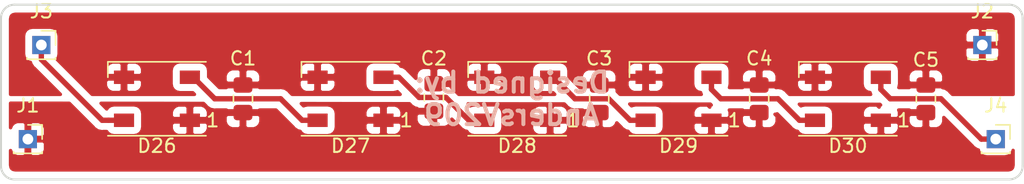
<source format=kicad_pcb>
(kicad_pcb (version 20171130) (host pcbnew "(5.0.0)")

  (general
    (thickness 1.6)
    (drawings 9)
    (tracks 29)
    (zones 0)
    (modules 14)
    (nets 9)
  )

  (page A4)
  (layers
    (0 F.Cu signal)
    (31 B.Cu signal)
    (32 B.Adhes user)
    (33 F.Adhes user)
    (34 B.Paste user)
    (35 F.Paste user)
    (36 B.SilkS user)
    (37 F.SilkS user)
    (38 B.Mask user)
    (39 F.Mask user)
    (40 Dwgs.User user)
    (41 Cmts.User user)
    (42 Eco1.User user)
    (43 Eco2.User user)
    (44 Edge.Cuts user)
    (45 Margin user)
    (46 B.CrtYd user)
    (47 F.CrtYd user)
    (48 B.Fab user hide)
    (49 F.Fab user)
  )

  (setup
    (last_trace_width 0.4)
    (user_trace_width 0.2)
    (user_trace_width 0.4)
    (trace_clearance 0.2)
    (zone_clearance 0.508)
    (zone_45_only no)
    (trace_min 0.2)
    (segment_width 0.2)
    (edge_width 0.15)
    (via_size 0.8)
    (via_drill 0.4)
    (via_min_size 0.4)
    (via_min_drill 0.3)
    (uvia_size 0.3)
    (uvia_drill 0.1)
    (uvias_allowed no)
    (uvia_min_size 0.2)
    (uvia_min_drill 0.1)
    (pcb_text_width 0.3)
    (pcb_text_size 1.5 1.5)
    (mod_edge_width 0.15)
    (mod_text_size 1 1)
    (mod_text_width 0.15)
    (pad_size 1.524 1.524)
    (pad_drill 0.762)
    (pad_to_mask_clearance 0.2)
    (aux_axis_origin 112 91)
    (visible_elements 7FFFFFFF)
    (pcbplotparams
      (layerselection 0x010f8_ffffffff)
      (usegerberextensions false)
      (usegerberattributes false)
      (usegerberadvancedattributes false)
      (creategerberjobfile false)
      (excludeedgelayer true)
      (linewidth 0.100000)
      (plotframeref false)
      (viasonmask false)
      (mode 1)
      (useauxorigin true)
      (hpglpennumber 1)
      (hpglpenspeed 20)
      (hpglpendiameter 15.000000)
      (psnegative false)
      (psa4output false)
      (plotreference true)
      (plotvalue false)
      (plotinvisibletext false)
      (padsonsilk false)
      (subtractmaskfromsilk false)
      (outputformat 1)
      (mirror false)
      (drillshape 0)
      (scaleselection 1)
      (outputdirectory "gerber/"))
  )

  (net 0 "")
  (net 1 +BATT)
  (net 2 GND)
  (net 3 "Net-(D26-Pad2)")
  (net 4 "Net-(D26-Pad4)")
  (net 5 "Net-(D27-Pad2)")
  (net 6 "Net-(D28-Pad2)")
  (net 7 "Net-(D29-Pad2)")
  (net 8 "Net-(D30-Pad2)")

  (net_class Default "This is the default net class."
    (clearance 0.2)
    (trace_width 0.25)
    (via_dia 0.8)
    (via_drill 0.4)
    (uvia_dia 0.3)
    (uvia_drill 0.1)
    (add_net +BATT)
    (add_net GND)
    (add_net "Net-(D26-Pad2)")
    (add_net "Net-(D26-Pad4)")
    (add_net "Net-(D27-Pad2)")
    (add_net "Net-(D28-Pad2)")
    (add_net "Net-(D29-Pad2)")
    (add_net "Net-(D30-Pad2)")
  )

  (module Capacitor_SMD:C_0805_2012Metric_Pad1.15x1.40mm_HandSolder (layer F.Cu) (tedit 5B36C52B) (tstamp 5B93ADF8)
    (at 130 85 90)
    (descr "Capacitor SMD 0805 (2012 Metric), square (rectangular) end terminal, IPC_7351 nominal with elongated pad for handsoldering. (Body size source: https://docs.google.com/spreadsheets/d/1BsfQQcO9C6DZCsRaXUlFlo91Tg2WpOkGARC1WS5S8t0/edit?usp=sharing), generated with kicad-footprint-generator")
    (tags "capacitor handsolder")
    (path /5B93ABCA)
    (attr smd)
    (fp_text reference C1 (at 3 0 180) (layer F.SilkS)
      (effects (font (size 1 1) (thickness 0.15)))
    )
    (fp_text value C (at 0 1.65 90) (layer F.Fab)
      (effects (font (size 1 1) (thickness 0.15)))
    )
    (fp_line (start -1 0.6) (end -1 -0.6) (layer F.Fab) (width 0.1))
    (fp_line (start -1 -0.6) (end 1 -0.6) (layer F.Fab) (width 0.1))
    (fp_line (start 1 -0.6) (end 1 0.6) (layer F.Fab) (width 0.1))
    (fp_line (start 1 0.6) (end -1 0.6) (layer F.Fab) (width 0.1))
    (fp_line (start -0.261252 -0.71) (end 0.261252 -0.71) (layer F.SilkS) (width 0.12))
    (fp_line (start -0.261252 0.71) (end 0.261252 0.71) (layer F.SilkS) (width 0.12))
    (fp_line (start -1.85 0.95) (end -1.85 -0.95) (layer F.CrtYd) (width 0.05))
    (fp_line (start -1.85 -0.95) (end 1.85 -0.95) (layer F.CrtYd) (width 0.05))
    (fp_line (start 1.85 -0.95) (end 1.85 0.95) (layer F.CrtYd) (width 0.05))
    (fp_line (start 1.85 0.95) (end -1.85 0.95) (layer F.CrtYd) (width 0.05))
    (fp_text user %R (at 0 0 90) (layer F.Fab)
      (effects (font (size 0.5 0.5) (thickness 0.08)))
    )
    (pad 1 smd roundrect (at -1.025 0 90) (size 1.15 1.4) (layers F.Cu F.Paste F.Mask) (roundrect_rratio 0.217391)
      (net 1 +BATT))
    (pad 2 smd roundrect (at 1.025 0 90) (size 1.15 1.4) (layers F.Cu F.Paste F.Mask) (roundrect_rratio 0.217391)
      (net 2 GND))
    (model ${KISYS3DMOD}/Capacitor_SMD.3dshapes/C_0805_2012Metric.wrl
      (at (xyz 0 0 0))
      (scale (xyz 1 1 1))
      (rotate (xyz 0 0 0))
    )
  )

  (module Capacitor_SMD:C_0805_2012Metric_Pad1.15x1.40mm_HandSolder (layer F.Cu) (tedit 5B36C52B) (tstamp 5B93B74A)
    (at 144.2 84.9 90)
    (descr "Capacitor SMD 0805 (2012 Metric), square (rectangular) end terminal, IPC_7351 nominal with elongated pad for handsoldering. (Body size source: https://docs.google.com/spreadsheets/d/1BsfQQcO9C6DZCsRaXUlFlo91Tg2WpOkGARC1WS5S8t0/edit?usp=sharing), generated with kicad-footprint-generator")
    (tags "capacitor handsolder")
    (path /5B93AC0A)
    (attr smd)
    (fp_text reference C2 (at 2.9 0 180) (layer F.SilkS)
      (effects (font (size 1 1) (thickness 0.15)))
    )
    (fp_text value C (at 0 1.65 90) (layer F.Fab)
      (effects (font (size 1 1) (thickness 0.15)))
    )
    (fp_text user %R (at 0 0 90) (layer F.Fab)
      (effects (font (size 0.5 0.5) (thickness 0.08)))
    )
    (fp_line (start 1.85 0.95) (end -1.85 0.95) (layer F.CrtYd) (width 0.05))
    (fp_line (start 1.85 -0.95) (end 1.85 0.95) (layer F.CrtYd) (width 0.05))
    (fp_line (start -1.85 -0.95) (end 1.85 -0.95) (layer F.CrtYd) (width 0.05))
    (fp_line (start -1.85 0.95) (end -1.85 -0.95) (layer F.CrtYd) (width 0.05))
    (fp_line (start -0.261252 0.71) (end 0.261252 0.71) (layer F.SilkS) (width 0.12))
    (fp_line (start -0.261252 -0.71) (end 0.261252 -0.71) (layer F.SilkS) (width 0.12))
    (fp_line (start 1 0.6) (end -1 0.6) (layer F.Fab) (width 0.1))
    (fp_line (start 1 -0.6) (end 1 0.6) (layer F.Fab) (width 0.1))
    (fp_line (start -1 -0.6) (end 1 -0.6) (layer F.Fab) (width 0.1))
    (fp_line (start -1 0.6) (end -1 -0.6) (layer F.Fab) (width 0.1))
    (pad 2 smd roundrect (at 1.025 0 90) (size 1.15 1.4) (layers F.Cu F.Paste F.Mask) (roundrect_rratio 0.217391)
      (net 2 GND))
    (pad 1 smd roundrect (at -1.025 0 90) (size 1.15 1.4) (layers F.Cu F.Paste F.Mask) (roundrect_rratio 0.217391)
      (net 1 +BATT))
    (model ${KISYS3DMOD}/Capacitor_SMD.3dshapes/C_0805_2012Metric.wrl
      (at (xyz 0 0 0))
      (scale (xyz 1 1 1))
      (rotate (xyz 0 0 0))
    )
  )

  (module Capacitor_SMD:C_0805_2012Metric_Pad1.15x1.40mm_HandSolder (layer F.Cu) (tedit 5B36C52B) (tstamp 5B93AEF3)
    (at 156.5 85 90)
    (descr "Capacitor SMD 0805 (2012 Metric), square (rectangular) end terminal, IPC_7351 nominal with elongated pad for handsoldering. (Body size source: https://docs.google.com/spreadsheets/d/1BsfQQcO9C6DZCsRaXUlFlo91Tg2WpOkGARC1WS5S8t0/edit?usp=sharing), generated with kicad-footprint-generator")
    (tags "capacitor handsolder")
    (path /5B93AC44)
    (attr smd)
    (fp_text reference C3 (at 3 0 180) (layer F.SilkS)
      (effects (font (size 1 1) (thickness 0.15)))
    )
    (fp_text value C (at 0 1.65 90) (layer F.Fab)
      (effects (font (size 1 1) (thickness 0.15)))
    )
    (fp_line (start -1 0.6) (end -1 -0.6) (layer F.Fab) (width 0.1))
    (fp_line (start -1 -0.6) (end 1 -0.6) (layer F.Fab) (width 0.1))
    (fp_line (start 1 -0.6) (end 1 0.6) (layer F.Fab) (width 0.1))
    (fp_line (start 1 0.6) (end -1 0.6) (layer F.Fab) (width 0.1))
    (fp_line (start -0.261252 -0.71) (end 0.261252 -0.71) (layer F.SilkS) (width 0.12))
    (fp_line (start -0.261252 0.71) (end 0.261252 0.71) (layer F.SilkS) (width 0.12))
    (fp_line (start -1.85 0.95) (end -1.85 -0.95) (layer F.CrtYd) (width 0.05))
    (fp_line (start -1.85 -0.95) (end 1.85 -0.95) (layer F.CrtYd) (width 0.05))
    (fp_line (start 1.85 -0.95) (end 1.85 0.95) (layer F.CrtYd) (width 0.05))
    (fp_line (start 1.85 0.95) (end -1.85 0.95) (layer F.CrtYd) (width 0.05))
    (fp_text user %R (at 0 0 90) (layer F.Fab)
      (effects (font (size 0.5 0.5) (thickness 0.08)))
    )
    (pad 1 smd roundrect (at -1.025 0 90) (size 1.15 1.4) (layers F.Cu F.Paste F.Mask) (roundrect_rratio 0.217391)
      (net 1 +BATT))
    (pad 2 smd roundrect (at 1.025 0 90) (size 1.15 1.4) (layers F.Cu F.Paste F.Mask) (roundrect_rratio 0.217391)
      (net 2 GND))
    (model ${KISYS3DMOD}/Capacitor_SMD.3dshapes/C_0805_2012Metric.wrl
      (at (xyz 0 0 0))
      (scale (xyz 1 1 1))
      (rotate (xyz 0 0 0))
    )
  )

  (module Capacitor_SMD:C_0805_2012Metric_Pad1.15x1.40mm_HandSolder (layer F.Cu) (tedit 5B36C52B) (tstamp 5B93AE2B)
    (at 168.4 85 90)
    (descr "Capacitor SMD 0805 (2012 Metric), square (rectangular) end terminal, IPC_7351 nominal with elongated pad for handsoldering. (Body size source: https://docs.google.com/spreadsheets/d/1BsfQQcO9C6DZCsRaXUlFlo91Tg2WpOkGARC1WS5S8t0/edit?usp=sharing), generated with kicad-footprint-generator")
    (tags "capacitor handsolder")
    (path /5B93AC98)
    (attr smd)
    (fp_text reference C4 (at 3 0 180) (layer F.SilkS)
      (effects (font (size 1 1) (thickness 0.15)))
    )
    (fp_text value C (at 0 1.65 90) (layer F.Fab)
      (effects (font (size 1 1) (thickness 0.15)))
    )
    (fp_text user %R (at 0 0 90) (layer F.Fab)
      (effects (font (size 0.5 0.5) (thickness 0.08)))
    )
    (fp_line (start 1.85 0.95) (end -1.85 0.95) (layer F.CrtYd) (width 0.05))
    (fp_line (start 1.85 -0.95) (end 1.85 0.95) (layer F.CrtYd) (width 0.05))
    (fp_line (start -1.85 -0.95) (end 1.85 -0.95) (layer F.CrtYd) (width 0.05))
    (fp_line (start -1.85 0.95) (end -1.85 -0.95) (layer F.CrtYd) (width 0.05))
    (fp_line (start -0.261252 0.71) (end 0.261252 0.71) (layer F.SilkS) (width 0.12))
    (fp_line (start -0.261252 -0.71) (end 0.261252 -0.71) (layer F.SilkS) (width 0.12))
    (fp_line (start 1 0.6) (end -1 0.6) (layer F.Fab) (width 0.1))
    (fp_line (start 1 -0.6) (end 1 0.6) (layer F.Fab) (width 0.1))
    (fp_line (start -1 -0.6) (end 1 -0.6) (layer F.Fab) (width 0.1))
    (fp_line (start -1 0.6) (end -1 -0.6) (layer F.Fab) (width 0.1))
    (pad 2 smd roundrect (at 1.025 0 90) (size 1.15 1.4) (layers F.Cu F.Paste F.Mask) (roundrect_rratio 0.217391)
      (net 2 GND))
    (pad 1 smd roundrect (at -1.025 0 90) (size 1.15 1.4) (layers F.Cu F.Paste F.Mask) (roundrect_rratio 0.217391)
      (net 1 +BATT))
    (model ${KISYS3DMOD}/Capacitor_SMD.3dshapes/C_0805_2012Metric.wrl
      (at (xyz 0 0 0))
      (scale (xyz 1 1 1))
      (rotate (xyz 0 0 0))
    )
  )

  (module Capacitor_SMD:C_0805_2012Metric_Pad1.15x1.40mm_HandSolder (layer F.Cu) (tedit 5B36C52B) (tstamp 5B93AE3C)
    (at 180.8 85 90)
    (descr "Capacitor SMD 0805 (2012 Metric), square (rectangular) end terminal, IPC_7351 nominal with elongated pad for handsoldering. (Body size source: https://docs.google.com/spreadsheets/d/1BsfQQcO9C6DZCsRaXUlFlo91Tg2WpOkGARC1WS5S8t0/edit?usp=sharing), generated with kicad-footprint-generator")
    (tags "capacitor handsolder")
    (path /5B93ACDE)
    (attr smd)
    (fp_text reference C5 (at 2.9 0 180) (layer F.SilkS)
      (effects (font (size 1 1) (thickness 0.15)))
    )
    (fp_text value C (at 0 1.65 90) (layer F.Fab)
      (effects (font (size 1 1) (thickness 0.15)))
    )
    (fp_line (start -1 0.6) (end -1 -0.6) (layer F.Fab) (width 0.1))
    (fp_line (start -1 -0.6) (end 1 -0.6) (layer F.Fab) (width 0.1))
    (fp_line (start 1 -0.6) (end 1 0.6) (layer F.Fab) (width 0.1))
    (fp_line (start 1 0.6) (end -1 0.6) (layer F.Fab) (width 0.1))
    (fp_line (start -0.261252 -0.71) (end 0.261252 -0.71) (layer F.SilkS) (width 0.12))
    (fp_line (start -0.261252 0.71) (end 0.261252 0.71) (layer F.SilkS) (width 0.12))
    (fp_line (start -1.85 0.95) (end -1.85 -0.95) (layer F.CrtYd) (width 0.05))
    (fp_line (start -1.85 -0.95) (end 1.85 -0.95) (layer F.CrtYd) (width 0.05))
    (fp_line (start 1.85 -0.95) (end 1.85 0.95) (layer F.CrtYd) (width 0.05))
    (fp_line (start 1.85 0.95) (end -1.85 0.95) (layer F.CrtYd) (width 0.05))
    (fp_text user %R (at 0 0 90) (layer F.Fab)
      (effects (font (size 0.5 0.5) (thickness 0.08)))
    )
    (pad 1 smd roundrect (at -1.025 0 90) (size 1.15 1.4) (layers F.Cu F.Paste F.Mask) (roundrect_rratio 0.217391)
      (net 1 +BATT))
    (pad 2 smd roundrect (at 1.025 0 90) (size 1.15 1.4) (layers F.Cu F.Paste F.Mask) (roundrect_rratio 0.217391)
      (net 2 GND))
    (model ${KISYS3DMOD}/Capacitor_SMD.3dshapes/C_0805_2012Metric.wrl
      (at (xyz 0 0 0))
      (scale (xyz 1 1 1))
      (rotate (xyz 0 0 0))
    )
  )

  (module LED_SMD:LED_WS2812B_PLCC4_5.0x5.0mm_P3.2mm (layer F.Cu) (tedit 5B917D69) (tstamp 5B93AE53)
    (at 123.6 85 180)
    (descr https://cdn-shop.adafruit.com/datasheets/WS2812B.pdf)
    (tags "LED RGB NeoPixel")
    (path /5B93A8EC)
    (attr smd)
    (fp_text reference D26 (at 0 -3.5 180) (layer F.SilkS)
      (effects (font (size 1 1) (thickness 0.15)))
    )
    (fp_text value WS2812B (at 0 4 180) (layer F.Fab)
      (effects (font (size 1 1) (thickness 0.15)))
    )
    (fp_circle (center 0 0) (end 0 -2) (layer F.Fab) (width 0.1))
    (fp_line (start 3.65 2.75) (end 3.65 1.6) (layer F.SilkS) (width 0.12))
    (fp_line (start -3.65 2.750001) (end 3.65 2.75) (layer F.SilkS) (width 0.12))
    (fp_line (start -3.65 -2.75) (end 3.65 -2.750001) (layer F.SilkS) (width 0.12))
    (fp_line (start 2.5 -2.5) (end -2.5 -2.5) (layer F.Fab) (width 0.1))
    (fp_line (start 2.5 2.5) (end 2.5 -2.5) (layer F.Fab) (width 0.1))
    (fp_line (start -2.5 2.5) (end 2.5 2.5) (layer F.Fab) (width 0.1))
    (fp_line (start -2.5 -2.5) (end -2.5 2.5) (layer F.Fab) (width 0.1))
    (fp_line (start 2.5 1.5) (end 1.5 2.5) (layer F.Fab) (width 0.1))
    (fp_line (start -3.45 -2.75) (end -3.45 2.75) (layer F.CrtYd) (width 0.05))
    (fp_line (start -3.45 2.75) (end 3.45 2.75) (layer F.CrtYd) (width 0.05))
    (fp_line (start 3.45 2.75) (end 3.45 -2.75) (layer F.CrtYd) (width 0.05))
    (fp_line (start 3.45 -2.75) (end -3.45 -2.75) (layer F.CrtYd) (width 0.05))
    (fp_text user %R (at 0 0) (layer F.Fab)
      (effects (font (size 0.8 0.8) (thickness 0.15)))
    )
    (fp_text user 1 (at -4.15 -1.6 180) (layer F.SilkS)
      (effects (font (size 1 1) (thickness 0.15)))
    )
    (pad 1 smd rect (at -2.45 -1.6 180) (size 1.5 1) (layers F.Cu F.Paste F.Mask)
      (net 1 +BATT))
    (pad 2 smd rect (at -2.45 1.6 180) (size 1.5 1) (layers F.Cu F.Paste F.Mask)
      (net 3 "Net-(D26-Pad2)"))
    (pad 4 smd rect (at 2.45 -1.6 180) (size 1.5 1) (layers F.Cu F.Paste F.Mask)
      (net 4 "Net-(D26-Pad4)"))
    (pad 3 smd rect (at 2.45 1.6 180) (size 1.5 1) (layers F.Cu F.Paste F.Mask)
      (net 2 GND))
    (model ${KISYS3DMOD}/LED_SMD.3dshapes/LED_WS2812B_PLCC4_5.0x5.0mm_P3.2mm.wrl
      (at (xyz 0 0 0))
      (scale (xyz 1 1 1))
      (rotate (xyz 0 0 0))
    )
    (model ${MODEL_3D}/ws2812b-rgb-led-adafruit-neopixel-1.snapshot.9/WS2812_RGB_LED_updated.stp
      (at (xyz 0 0 0))
      (scale (xyz 1 1 1))
      (rotate (xyz 0 0 90))
    )
  )

  (module LED_SMD:LED_WS2812B_PLCC4_5.0x5.0mm_P3.2mm (layer F.Cu) (tedit 5B917D69) (tstamp 5B93AE6A)
    (at 138 85 180)
    (descr https://cdn-shop.adafruit.com/datasheets/WS2812B.pdf)
    (tags "LED RGB NeoPixel")
    (path /5B93A95C)
    (attr smd)
    (fp_text reference D27 (at 0 -3.5 180) (layer F.SilkS)
      (effects (font (size 1 1) (thickness 0.15)))
    )
    (fp_text value WS2812B (at 0 4 180) (layer F.Fab)
      (effects (font (size 1 1) (thickness 0.15)))
    )
    (fp_text user 1 (at -4.15 -1.6 180) (layer F.SilkS)
      (effects (font (size 1 1) (thickness 0.15)))
    )
    (fp_text user %R (at 0 0 180) (layer F.Fab)
      (effects (font (size 0.8 0.8) (thickness 0.15)))
    )
    (fp_line (start 3.45 -2.75) (end -3.45 -2.75) (layer F.CrtYd) (width 0.05))
    (fp_line (start 3.45 2.75) (end 3.45 -2.75) (layer F.CrtYd) (width 0.05))
    (fp_line (start -3.45 2.75) (end 3.45 2.75) (layer F.CrtYd) (width 0.05))
    (fp_line (start -3.45 -2.75) (end -3.45 2.75) (layer F.CrtYd) (width 0.05))
    (fp_line (start 2.5 1.5) (end 1.5 2.5) (layer F.Fab) (width 0.1))
    (fp_line (start -2.5 -2.5) (end -2.5 2.5) (layer F.Fab) (width 0.1))
    (fp_line (start -2.5 2.5) (end 2.5 2.5) (layer F.Fab) (width 0.1))
    (fp_line (start 2.5 2.5) (end 2.5 -2.5) (layer F.Fab) (width 0.1))
    (fp_line (start 2.5 -2.5) (end -2.5 -2.5) (layer F.Fab) (width 0.1))
    (fp_line (start -3.65 -2.75) (end 3.65 -2.750001) (layer F.SilkS) (width 0.12))
    (fp_line (start -3.65 2.750001) (end 3.65 2.75) (layer F.SilkS) (width 0.12))
    (fp_line (start 3.65 2.75) (end 3.65 1.6) (layer F.SilkS) (width 0.12))
    (fp_circle (center 0 0) (end 0 -2) (layer F.Fab) (width 0.1))
    (pad 3 smd rect (at 2.45 1.6 180) (size 1.5 1) (layers F.Cu F.Paste F.Mask)
      (net 2 GND))
    (pad 4 smd rect (at 2.45 -1.6 180) (size 1.5 1) (layers F.Cu F.Paste F.Mask)
      (net 3 "Net-(D26-Pad2)"))
    (pad 2 smd rect (at -2.45 1.6 180) (size 1.5 1) (layers F.Cu F.Paste F.Mask)
      (net 5 "Net-(D27-Pad2)"))
    (pad 1 smd rect (at -2.45 -1.6 180) (size 1.5 1) (layers F.Cu F.Paste F.Mask)
      (net 1 +BATT))
    (model ${KISYS3DMOD}/LED_SMD.3dshapes/LED_WS2812B_PLCC4_5.0x5.0mm_P3.2mm.wrl
      (at (xyz 0 0 0))
      (scale (xyz 1 1 1))
      (rotate (xyz 0 0 0))
    )
    (model ${MODEL_3D}/ws2812b-rgb-led-adafruit-neopixel-1.snapshot.9/WS2812_RGB_LED_updated.stp
      (at (xyz 0 0 0))
      (scale (xyz 1 1 1))
      (rotate (xyz 0 0 90))
    )
  )

  (module LED_SMD:LED_WS2812B_PLCC4_5.0x5.0mm_P3.2mm (layer F.Cu) (tedit 5B917D69) (tstamp 5B93AE81)
    (at 150.4 85 180)
    (descr https://cdn-shop.adafruit.com/datasheets/WS2812B.pdf)
    (tags "LED RGB NeoPixel")
    (path /5B93A99E)
    (attr smd)
    (fp_text reference D28 (at 0 -3.5 180) (layer F.SilkS)
      (effects (font (size 1 1) (thickness 0.15)))
    )
    (fp_text value WS2812B (at 0 4 180) (layer F.Fab)
      (effects (font (size 1 1) (thickness 0.15)))
    )
    (fp_circle (center 0 0) (end 0 -2) (layer F.Fab) (width 0.1))
    (fp_line (start 3.65 2.75) (end 3.65 1.6) (layer F.SilkS) (width 0.12))
    (fp_line (start -3.65 2.750001) (end 3.65 2.75) (layer F.SilkS) (width 0.12))
    (fp_line (start -3.65 -2.75) (end 3.65 -2.750001) (layer F.SilkS) (width 0.12))
    (fp_line (start 2.5 -2.5) (end -2.5 -2.5) (layer F.Fab) (width 0.1))
    (fp_line (start 2.5 2.5) (end 2.5 -2.5) (layer F.Fab) (width 0.1))
    (fp_line (start -2.5 2.5) (end 2.5 2.5) (layer F.Fab) (width 0.1))
    (fp_line (start -2.5 -2.5) (end -2.5 2.5) (layer F.Fab) (width 0.1))
    (fp_line (start 2.5 1.5) (end 1.5 2.5) (layer F.Fab) (width 0.1))
    (fp_line (start -3.45 -2.75) (end -3.45 2.75) (layer F.CrtYd) (width 0.05))
    (fp_line (start -3.45 2.75) (end 3.45 2.75) (layer F.CrtYd) (width 0.05))
    (fp_line (start 3.45 2.75) (end 3.45 -2.75) (layer F.CrtYd) (width 0.05))
    (fp_line (start 3.45 -2.75) (end -3.45 -2.75) (layer F.CrtYd) (width 0.05))
    (fp_text user %R (at 0 0 180) (layer F.Fab)
      (effects (font (size 0.8 0.8) (thickness 0.15)))
    )
    (fp_text user 1 (at -4.15 -1.6 180) (layer F.SilkS)
      (effects (font (size 1 1) (thickness 0.15)))
    )
    (pad 1 smd rect (at -2.45 -1.6 180) (size 1.5 1) (layers F.Cu F.Paste F.Mask)
      (net 1 +BATT))
    (pad 2 smd rect (at -2.45 1.6 180) (size 1.5 1) (layers F.Cu F.Paste F.Mask)
      (net 6 "Net-(D28-Pad2)"))
    (pad 4 smd rect (at 2.45 -1.6 180) (size 1.5 1) (layers F.Cu F.Paste F.Mask)
      (net 5 "Net-(D27-Pad2)"))
    (pad 3 smd rect (at 2.45 1.6 180) (size 1.5 1) (layers F.Cu F.Paste F.Mask)
      (net 2 GND))
    (model ${KISYS3DMOD}/LED_SMD.3dshapes/LED_WS2812B_PLCC4_5.0x5.0mm_P3.2mm.wrl
      (at (xyz 0 0 0))
      (scale (xyz 1 1 1))
      (rotate (xyz 0 0 0))
    )
    (model ${MODEL_3D}/ws2812b-rgb-led-adafruit-neopixel-1.snapshot.9/WS2812_RGB_LED_updated.stp
      (at (xyz 0 0 0))
      (scale (xyz 1 1 1))
      (rotate (xyz 0 0 90))
    )
  )

  (module LED_SMD:LED_WS2812B_PLCC4_5.0x5.0mm_P3.2mm (layer F.Cu) (tedit 5B917D69) (tstamp 5B93AE98)
    (at 162.4 85 180)
    (descr https://cdn-shop.adafruit.com/datasheets/WS2812B.pdf)
    (tags "LED RGB NeoPixel")
    (path /5B93A9C6)
    (attr smd)
    (fp_text reference D29 (at 0 -3.5 180) (layer F.SilkS)
      (effects (font (size 1 1) (thickness 0.15)))
    )
    (fp_text value WS2812B (at 0 4 180) (layer F.Fab)
      (effects (font (size 1 1) (thickness 0.15)))
    )
    (fp_text user 1 (at -4.15 -1.6 180) (layer F.SilkS)
      (effects (font (size 1 1) (thickness 0.15)))
    )
    (fp_text user %R (at 0 0 180) (layer F.Fab)
      (effects (font (size 0.8 0.8) (thickness 0.15)))
    )
    (fp_line (start 3.45 -2.75) (end -3.45 -2.75) (layer F.CrtYd) (width 0.05))
    (fp_line (start 3.45 2.75) (end 3.45 -2.75) (layer F.CrtYd) (width 0.05))
    (fp_line (start -3.45 2.75) (end 3.45 2.75) (layer F.CrtYd) (width 0.05))
    (fp_line (start -3.45 -2.75) (end -3.45 2.75) (layer F.CrtYd) (width 0.05))
    (fp_line (start 2.5 1.5) (end 1.5 2.5) (layer F.Fab) (width 0.1))
    (fp_line (start -2.5 -2.5) (end -2.5 2.5) (layer F.Fab) (width 0.1))
    (fp_line (start -2.5 2.5) (end 2.5 2.5) (layer F.Fab) (width 0.1))
    (fp_line (start 2.5 2.5) (end 2.5 -2.5) (layer F.Fab) (width 0.1))
    (fp_line (start 2.5 -2.5) (end -2.5 -2.5) (layer F.Fab) (width 0.1))
    (fp_line (start -3.65 -2.75) (end 3.65 -2.750001) (layer F.SilkS) (width 0.12))
    (fp_line (start -3.65 2.750001) (end 3.65 2.75) (layer F.SilkS) (width 0.12))
    (fp_line (start 3.65 2.75) (end 3.65 1.6) (layer F.SilkS) (width 0.12))
    (fp_circle (center 0 0) (end 0 -2) (layer F.Fab) (width 0.1))
    (pad 3 smd rect (at 2.45 1.6 180) (size 1.5 1) (layers F.Cu F.Paste F.Mask)
      (net 2 GND))
    (pad 4 smd rect (at 2.45 -1.6 180) (size 1.5 1) (layers F.Cu F.Paste F.Mask)
      (net 6 "Net-(D28-Pad2)"))
    (pad 2 smd rect (at -2.45 1.6 180) (size 1.5 1) (layers F.Cu F.Paste F.Mask)
      (net 7 "Net-(D29-Pad2)"))
    (pad 1 smd rect (at -2.45 -1.6 180) (size 1.5 1) (layers F.Cu F.Paste F.Mask)
      (net 1 +BATT))
    (model ${KISYS3DMOD}/LED_SMD.3dshapes/LED_WS2812B_PLCC4_5.0x5.0mm_P3.2mm.wrl
      (at (xyz 0 0 0))
      (scale (xyz 1 1 1))
      (rotate (xyz 0 0 0))
    )
    (model ${MODEL_3D}/ws2812b-rgb-led-adafruit-neopixel-1.snapshot.9/WS2812_RGB_LED_updated.stp
      (at (xyz 0 0 0))
      (scale (xyz 1 1 1))
      (rotate (xyz 0 0 90))
    )
  )

  (module LED_SMD:LED_WS2812B_PLCC4_5.0x5.0mm_P3.2mm (layer F.Cu) (tedit 5B917D69) (tstamp 5B93AEAF)
    (at 175 85 180)
    (descr https://cdn-shop.adafruit.com/datasheets/WS2812B.pdf)
    (tags "LED RGB NeoPixel")
    (path /5B93A9F6)
    (attr smd)
    (fp_text reference D30 (at 0 -3.5 180) (layer F.SilkS)
      (effects (font (size 1 1) (thickness 0.15)))
    )
    (fp_text value WS2812B (at 0 4 180) (layer F.Fab)
      (effects (font (size 1 1) (thickness 0.15)))
    )
    (fp_circle (center 0 0) (end 0 -2) (layer F.Fab) (width 0.1))
    (fp_line (start 3.65 2.75) (end 3.65 1.6) (layer F.SilkS) (width 0.12))
    (fp_line (start -3.65 2.750001) (end 3.65 2.75) (layer F.SilkS) (width 0.12))
    (fp_line (start -3.65 -2.75) (end 3.65 -2.750001) (layer F.SilkS) (width 0.12))
    (fp_line (start 2.5 -2.5) (end -2.5 -2.5) (layer F.Fab) (width 0.1))
    (fp_line (start 2.5 2.5) (end 2.5 -2.5) (layer F.Fab) (width 0.1))
    (fp_line (start -2.5 2.5) (end 2.5 2.5) (layer F.Fab) (width 0.1))
    (fp_line (start -2.5 -2.5) (end -2.5 2.5) (layer F.Fab) (width 0.1))
    (fp_line (start 2.5 1.5) (end 1.5 2.5) (layer F.Fab) (width 0.1))
    (fp_line (start -3.45 -2.75) (end -3.45 2.75) (layer F.CrtYd) (width 0.05))
    (fp_line (start -3.45 2.75) (end 3.45 2.75) (layer F.CrtYd) (width 0.05))
    (fp_line (start 3.45 2.75) (end 3.45 -2.75) (layer F.CrtYd) (width 0.05))
    (fp_line (start 3.45 -2.75) (end -3.45 -2.75) (layer F.CrtYd) (width 0.05))
    (fp_text user %R (at 0 0 180) (layer F.Fab)
      (effects (font (size 0.8 0.8) (thickness 0.15)))
    )
    (fp_text user 1 (at -4.15 -1.6 180) (layer F.SilkS)
      (effects (font (size 1 1) (thickness 0.15)))
    )
    (pad 1 smd rect (at -2.45 -1.6 180) (size 1.5 1) (layers F.Cu F.Paste F.Mask)
      (net 1 +BATT))
    (pad 2 smd rect (at -2.45 1.6 180) (size 1.5 1) (layers F.Cu F.Paste F.Mask)
      (net 8 "Net-(D30-Pad2)"))
    (pad 4 smd rect (at 2.45 -1.6 180) (size 1.5 1) (layers F.Cu F.Paste F.Mask)
      (net 7 "Net-(D29-Pad2)"))
    (pad 3 smd rect (at 2.45 1.6 180) (size 1.5 1) (layers F.Cu F.Paste F.Mask)
      (net 2 GND))
    (model ${KISYS3DMOD}/LED_SMD.3dshapes/LED_WS2812B_PLCC4_5.0x5.0mm_P3.2mm.wrl
      (at (xyz 0 0 0))
      (scale (xyz 1 1 1))
      (rotate (xyz 0 0 0))
    )
    (model ${MODEL_3D}/ws2812b-rgb-led-adafruit-neopixel-1.snapshot.9/WS2812_RGB_LED_updated.stp
      (at (xyz 0 0 0))
      (scale (xyz 1 1 1))
      (rotate (xyz 0 0 90))
    )
  )

  (module Connector_PinSocket_2.00mm:PinSocket_1x01_P2.00mm_Vertical (layer F.Cu) (tedit 5A19A430) (tstamp 5B93AEC3)
    (at 114 88)
    (descr "Through hole straight socket strip, 1x01, 2.00mm pitch, single row (from Kicad 4.0.7), script generated")
    (tags "Through hole socket strip THT 1x01 2.00mm single row")
    (path /5B93A774)
    (fp_text reference J1 (at 0 -2.5) (layer F.SilkS)
      (effects (font (size 1 1) (thickness 0.15)))
    )
    (fp_text value + (at 0 2.5) (layer F.Fab)
      (effects (font (size 1 1) (thickness 0.15)))
    )
    (fp_line (start -1 -1) (end 0.5 -1) (layer F.Fab) (width 0.1))
    (fp_line (start 0.5 -1) (end 1 -0.5) (layer F.Fab) (width 0.1))
    (fp_line (start 1 -0.5) (end 1 1) (layer F.Fab) (width 0.1))
    (fp_line (start 1 1) (end -1 1) (layer F.Fab) (width 0.1))
    (fp_line (start -1 1) (end -1 -1) (layer F.Fab) (width 0.1))
    (fp_line (start -1.06 1.06) (end 1.06 1.06) (layer F.SilkS) (width 0.12))
    (fp_line (start -1.06 0.94) (end -1.06 1.06) (layer F.SilkS) (width 0.12))
    (fp_line (start 1.06 0.94) (end 1.06 1.06) (layer F.SilkS) (width 0.12))
    (fp_line (start 1.06 -1.06) (end 1.06 0) (layer F.SilkS) (width 0.12))
    (fp_line (start 0 -1.06) (end 1.06 -1.06) (layer F.SilkS) (width 0.12))
    (fp_line (start -1.5 -1.5) (end 1.5 -1.5) (layer F.CrtYd) (width 0.05))
    (fp_line (start 1.5 -1.5) (end 1.5 1.5) (layer F.CrtYd) (width 0.05))
    (fp_line (start 1.5 1.5) (end -1.5 1.5) (layer F.CrtYd) (width 0.05))
    (fp_line (start -1.5 1.5) (end -1.5 -1.5) (layer F.CrtYd) (width 0.05))
    (fp_text user %R (at 0 0) (layer F.Fab)
      (effects (font (size 1 1) (thickness 0.15)))
    )
    (pad 1 thru_hole rect (at 0 0) (size 1.35 1.35) (drill 0.8) (layers *.Cu *.Mask)
      (net 1 +BATT))
    (model ${KISYS3DMOD}/Connector_PinSocket_2.00mm.3dshapes/PinSocket_1x01_P2.00mm_Vertical.wrl
      (at (xyz 0 0 0))
      (scale (xyz 1 1 1))
      (rotate (xyz 0 0 0))
    )
  )

  (module Connector_PinSocket_2.00mm:PinSocket_1x01_P2.00mm_Vertical (layer F.Cu) (tedit 5A19A430) (tstamp 5B93AED7)
    (at 185 81)
    (descr "Through hole straight socket strip, 1x01, 2.00mm pitch, single row (from Kicad 4.0.7), script generated")
    (tags "Through hole socket strip THT 1x01 2.00mm single row")
    (path /5B93A73F)
    (fp_text reference J2 (at 0 -2.5) (layer F.SilkS)
      (effects (font (size 1 1) (thickness 0.15)))
    )
    (fp_text value GND (at 0 2.5) (layer F.Fab)
      (effects (font (size 1 1) (thickness 0.15)))
    )
    (fp_text user %R (at 0 0) (layer F.Fab)
      (effects (font (size 1 1) (thickness 0.15)))
    )
    (fp_line (start -1.5 1.5) (end -1.5 -1.5) (layer F.CrtYd) (width 0.05))
    (fp_line (start 1.5 1.5) (end -1.5 1.5) (layer F.CrtYd) (width 0.05))
    (fp_line (start 1.5 -1.5) (end 1.5 1.5) (layer F.CrtYd) (width 0.05))
    (fp_line (start -1.5 -1.5) (end 1.5 -1.5) (layer F.CrtYd) (width 0.05))
    (fp_line (start 0 -1.06) (end 1.06 -1.06) (layer F.SilkS) (width 0.12))
    (fp_line (start 1.06 -1.06) (end 1.06 0) (layer F.SilkS) (width 0.12))
    (fp_line (start 1.06 0.94) (end 1.06 1.06) (layer F.SilkS) (width 0.12))
    (fp_line (start -1.06 0.94) (end -1.06 1.06) (layer F.SilkS) (width 0.12))
    (fp_line (start -1.06 1.06) (end 1.06 1.06) (layer F.SilkS) (width 0.12))
    (fp_line (start -1 1) (end -1 -1) (layer F.Fab) (width 0.1))
    (fp_line (start 1 1) (end -1 1) (layer F.Fab) (width 0.1))
    (fp_line (start 1 -0.5) (end 1 1) (layer F.Fab) (width 0.1))
    (fp_line (start 0.5 -1) (end 1 -0.5) (layer F.Fab) (width 0.1))
    (fp_line (start -1 -1) (end 0.5 -1) (layer F.Fab) (width 0.1))
    (pad 1 thru_hole rect (at 0 0) (size 1.35 1.35) (drill 0.8) (layers *.Cu *.Mask)
      (net 2 GND))
    (model ${KISYS3DMOD}/Connector_PinSocket_2.00mm.3dshapes/PinSocket_1x01_P2.00mm_Vertical.wrl
      (at (xyz 0 0 0))
      (scale (xyz 1 1 1))
      (rotate (xyz 0 0 0))
    )
  )

  (module Connector_PinSocket_2.00mm:PinSocket_1x01_P2.00mm_Vertical (layer F.Cu) (tedit 5A19A430) (tstamp 5B93AEEB)
    (at 115 81)
    (descr "Through hole straight socket strip, 1x01, 2.00mm pitch, single row (from Kicad 4.0.7), script generated")
    (tags "Through hole socket strip THT 1x01 2.00mm single row")
    (path /5B93A6EF)
    (fp_text reference J3 (at 0 -2.5) (layer F.SilkS)
      (effects (font (size 1 1) (thickness 0.15)))
    )
    (fp_text value Din (at 0 2.5) (layer F.Fab)
      (effects (font (size 1 1) (thickness 0.15)))
    )
    (fp_line (start -1 -1) (end 0.5 -1) (layer F.Fab) (width 0.1))
    (fp_line (start 0.5 -1) (end 1 -0.5) (layer F.Fab) (width 0.1))
    (fp_line (start 1 -0.5) (end 1 1) (layer F.Fab) (width 0.1))
    (fp_line (start 1 1) (end -1 1) (layer F.Fab) (width 0.1))
    (fp_line (start -1 1) (end -1 -1) (layer F.Fab) (width 0.1))
    (fp_line (start -1.06 1.06) (end 1.06 1.06) (layer F.SilkS) (width 0.12))
    (fp_line (start -1.06 0.94) (end -1.06 1.06) (layer F.SilkS) (width 0.12))
    (fp_line (start 1.06 0.94) (end 1.06 1.06) (layer F.SilkS) (width 0.12))
    (fp_line (start 1.06 -1.06) (end 1.06 0) (layer F.SilkS) (width 0.12))
    (fp_line (start 0 -1.06) (end 1.06 -1.06) (layer F.SilkS) (width 0.12))
    (fp_line (start -1.5 -1.5) (end 1.5 -1.5) (layer F.CrtYd) (width 0.05))
    (fp_line (start 1.5 -1.5) (end 1.5 1.5) (layer F.CrtYd) (width 0.05))
    (fp_line (start 1.5 1.5) (end -1.5 1.5) (layer F.CrtYd) (width 0.05))
    (fp_line (start -1.5 1.5) (end -1.5 -1.5) (layer F.CrtYd) (width 0.05))
    (fp_text user %R (at 0 0) (layer F.Fab)
      (effects (font (size 1 1) (thickness 0.15)))
    )
    (pad 1 thru_hole rect (at 0 0) (size 1.35 1.35) (drill 0.8) (layers *.Cu *.Mask)
      (net 4 "Net-(D26-Pad4)"))
    (model ${KISYS3DMOD}/Connector_PinSocket_2.00mm.3dshapes/PinSocket_1x01_P2.00mm_Vertical.wrl
      (at (xyz 0 0 0))
      (scale (xyz 1 1 1))
      (rotate (xyz 0 0 0))
    )
  )

  (module Connector_PinSocket_2.00mm:PinSocket_1x01_P2.00mm_Vertical (layer F.Cu) (tedit 5A19A430) (tstamp 5B93AEFF)
    (at 186 88)
    (descr "Through hole straight socket strip, 1x01, 2.00mm pitch, single row (from Kicad 4.0.7), script generated")
    (tags "Through hole socket strip THT 1x01 2.00mm single row")
    (path /5B93A7D0)
    (fp_text reference J4 (at 0 -2.5) (layer F.SilkS)
      (effects (font (size 1 1) (thickness 0.15)))
    )
    (fp_text value Dout (at 0 2.5) (layer F.Fab)
      (effects (font (size 1 1) (thickness 0.15)))
    )
    (fp_text user %R (at 0 0) (layer F.Fab)
      (effects (font (size 1 1) (thickness 0.15)))
    )
    (fp_line (start -1.5 1.5) (end -1.5 -1.5) (layer F.CrtYd) (width 0.05))
    (fp_line (start 1.5 1.5) (end -1.5 1.5) (layer F.CrtYd) (width 0.05))
    (fp_line (start 1.5 -1.5) (end 1.5 1.5) (layer F.CrtYd) (width 0.05))
    (fp_line (start -1.5 -1.5) (end 1.5 -1.5) (layer F.CrtYd) (width 0.05))
    (fp_line (start 0 -1.06) (end 1.06 -1.06) (layer F.SilkS) (width 0.12))
    (fp_line (start 1.06 -1.06) (end 1.06 0) (layer F.SilkS) (width 0.12))
    (fp_line (start 1.06 0.94) (end 1.06 1.06) (layer F.SilkS) (width 0.12))
    (fp_line (start -1.06 0.94) (end -1.06 1.06) (layer F.SilkS) (width 0.12))
    (fp_line (start -1.06 1.06) (end 1.06 1.06) (layer F.SilkS) (width 0.12))
    (fp_line (start -1 1) (end -1 -1) (layer F.Fab) (width 0.1))
    (fp_line (start 1 1) (end -1 1) (layer F.Fab) (width 0.1))
    (fp_line (start 1 -0.5) (end 1 1) (layer F.Fab) (width 0.1))
    (fp_line (start 0.5 -1) (end 1 -0.5) (layer F.Fab) (width 0.1))
    (fp_line (start -1 -1) (end 0.5 -1) (layer F.Fab) (width 0.1))
    (pad 1 thru_hole rect (at 0 0) (size 1.35 1.35) (drill 0.8) (layers *.Cu *.Mask)
      (net 8 "Net-(D30-Pad2)"))
    (model ${KISYS3DMOD}/Connector_PinSocket_2.00mm.3dshapes/PinSocket_1x01_P2.00mm_Vertical.wrl
      (at (xyz 0 0 0))
      (scale (xyz 1 1 1))
      (rotate (xyz 0 0 0))
    )
  )

  (gr_text "Designed by:\nAndersV209" (at 150 85) (layer B.SilkS)
    (effects (font (size 1.5 1.5) (thickness 0.3)) (justify mirror))
  )
  (gr_arc (start 113 90) (end 112 90) (angle -90) (layer Edge.Cuts) (width 0.15))
  (gr_arc (start 113 79) (end 113 78) (angle -90) (layer Edge.Cuts) (width 0.15))
  (gr_arc (start 187 79) (end 188 79) (angle -90) (layer Edge.Cuts) (width 0.15))
  (gr_arc (start 187 90) (end 187 91) (angle -90) (layer Edge.Cuts) (width 0.15))
  (gr_line (start 112 79) (end 112 90) (layer Edge.Cuts) (width 0.15))
  (gr_line (start 187 78) (end 113 78) (layer Edge.Cuts) (width 0.15))
  (gr_line (start 188 90) (end 188 79) (layer Edge.Cuts) (width 0.15))
  (gr_line (start 113 91) (end 187 91) (layer Edge.Cuts) (width 0.15))

  (segment (start 126.05 83.4) (end 126.3 83.4) (width 0.2) (layer F.Cu) (net 3))
  (segment (start 126.3 83.4) (end 127.9 85) (width 0.4) (layer F.Cu) (net 3))
  (segment (start 134.4 86.6) (end 135.55 86.6) (width 0.4) (layer F.Cu) (net 3))
  (segment (start 132.8 85) (end 134.4 86.6) (width 0.4) (layer F.Cu) (net 3))
  (segment (start 127.9 85) (end 132.8 85) (width 0.4) (layer F.Cu) (net 3))
  (segment (start 120 86.6) (end 121.15 86.6) (width 0.4) (layer F.Cu) (net 4))
  (segment (start 119.525 86.6) (end 120 86.6) (width 0.4) (layer F.Cu) (net 4))
  (segment (start 115 82.075) (end 119.525 86.6) (width 0.4) (layer F.Cu) (net 4))
  (segment (start 115 81) (end 115 82.075) (width 0.4) (layer F.Cu) (net 4))
  (segment (start 141.6 83.4) (end 143.1 84.9) (width 0.4) (layer F.Cu) (net 5))
  (segment (start 140.45 83.4) (end 141.6 83.4) (width 0.4) (layer F.Cu) (net 5))
  (segment (start 146.8 86.6) (end 147.95 86.6) (width 0.4) (layer F.Cu) (net 5))
  (segment (start 145.1 84.9) (end 146.8 86.6) (width 0.4) (layer F.Cu) (net 5))
  (segment (start 143.1 84.9) (end 145.1 84.9) (width 0.4) (layer F.Cu) (net 5))
  (segment (start 153.1 83.4) (end 154.7 85) (width 0.4) (layer F.Cu) (net 6))
  (segment (start 152.85 83.4) (end 153.1 83.4) (width 0.4) (layer F.Cu) (net 6))
  (segment (start 158.8 86.6) (end 159.95 86.6) (width 0.4) (layer F.Cu) (net 6))
  (segment (start 157.2 85) (end 158.8 86.6) (width 0.4) (layer F.Cu) (net 6))
  (segment (start 154.7 85) (end 157.2 85) (width 0.4) (layer F.Cu) (net 6))
  (segment (start 164.85 84.3) (end 165.55 85) (width 0.4) (layer F.Cu) (net 7))
  (segment (start 164.85 83.4) (end 164.85 84.3) (width 0.4) (layer F.Cu) (net 7))
  (segment (start 171.4 86.6) (end 172.55 86.6) (width 0.4) (layer F.Cu) (net 7))
  (segment (start 169.8 85) (end 171.4 86.6) (width 0.4) (layer F.Cu) (net 7))
  (segment (start 165.55 85) (end 169.8 85) (width 0.4) (layer F.Cu) (net 7))
  (segment (start 177.45 84.3) (end 178.15 85) (width 0.4) (layer F.Cu) (net 8))
  (segment (start 177.45 83.4) (end 177.45 84.3) (width 0.4) (layer F.Cu) (net 8))
  (segment (start 184.925 88) (end 186 88) (width 0.4) (layer F.Cu) (net 8))
  (segment (start 181.925 85) (end 184.925 88) (width 0.4) (layer F.Cu) (net 8))
  (segment (start 178.15 85) (end 181.925 85) (width 0.4) (layer F.Cu) (net 8))

  (zone (net 2) (net_name GND) (layer F.Cu) (tstamp 5B954663) (hatch edge 0.508)
    (connect_pads (clearance 0.508))
    (min_thickness 0.254)
    (fill yes (arc_segments 16) (thermal_gap 0.508) (thermal_bridge_width 0.508))
    (polygon
      (pts
        (xy 188 78) (xy 188 84.8) (xy 112 84.8) (xy 112.1 78)
      )
    )
    (filled_polygon
      (pts
        (xy 187.105655 78.744926) (xy 187.195225 78.804774) (xy 187.255074 78.894345) (xy 187.290001 79.069935) (xy 187.29 84.673)
        (xy 182.778867 84.673) (xy 182.573587 84.46772) (xy 182.527001 84.397999) (xy 182.250801 84.213448) (xy 182.047199 84.172949)
        (xy 181.97625 84.102) (xy 180.927 84.102) (xy 180.927 84.122) (xy 180.673 84.122) (xy 180.673 84.102)
        (xy 179.62375 84.102) (xy 179.56075 84.165) (xy 178.786641 84.165) (xy 178.798157 84.147765) (xy 178.84744 83.9)
        (xy 178.84744 83.273691) (xy 179.465 83.273691) (xy 179.465 83.68925) (xy 179.62375 83.848) (xy 180.673 83.848)
        (xy 180.673 82.92375) (xy 180.927 82.92375) (xy 180.927 83.848) (xy 181.97625 83.848) (xy 182.135 83.68925)
        (xy 182.135 83.273691) (xy 182.038327 83.040302) (xy 181.859699 82.861673) (xy 181.62631 82.765) (xy 181.08575 82.765)
        (xy 180.927 82.92375) (xy 180.673 82.92375) (xy 180.51425 82.765) (xy 179.97369 82.765) (xy 179.740301 82.861673)
        (xy 179.561673 83.040302) (xy 179.465 83.273691) (xy 178.84744 83.273691) (xy 178.84744 82.9) (xy 178.798157 82.652235)
        (xy 178.657809 82.442191) (xy 178.447765 82.301843) (xy 178.2 82.25256) (xy 176.7 82.25256) (xy 176.452235 82.301843)
        (xy 176.242191 82.442191) (xy 176.101843 82.652235) (xy 176.05256 82.9) (xy 176.05256 83.9) (xy 176.101843 84.147765)
        (xy 176.242191 84.357809) (xy 176.452235 84.498157) (xy 176.645714 84.536642) (xy 176.663448 84.6258) (xy 176.694986 84.673)
        (xy 170.653867 84.673) (xy 170.448587 84.46772) (xy 170.402001 84.397999) (xy 170.125801 84.213448) (xy 169.882237 84.165)
        (xy 169.882233 84.165) (xy 169.8 84.148643) (xy 169.717767 84.165) (xy 169.63925 84.165) (xy 169.57625 84.102)
        (xy 168.527 84.102) (xy 168.527 84.122) (xy 168.273 84.122) (xy 168.273 84.102) (xy 167.22375 84.102)
        (xy 167.16075 84.165) (xy 166.186641 84.165) (xy 166.198157 84.147765) (xy 166.24744 83.9) (xy 166.24744 83.273691)
        (xy 167.065 83.273691) (xy 167.065 83.68925) (xy 167.22375 83.848) (xy 168.273 83.848) (xy 168.273 82.92375)
        (xy 168.527 82.92375) (xy 168.527 83.848) (xy 169.57625 83.848) (xy 169.735 83.68925) (xy 169.735 83.68575)
        (xy 171.165 83.68575) (xy 171.165 84.02631) (xy 171.261673 84.259699) (xy 171.440302 84.438327) (xy 171.673691 84.535)
        (xy 172.26425 84.535) (xy 172.423 84.37625) (xy 172.423 83.527) (xy 172.677 83.527) (xy 172.677 84.37625)
        (xy 172.83575 84.535) (xy 173.426309 84.535) (xy 173.659698 84.438327) (xy 173.838327 84.259699) (xy 173.935 84.02631)
        (xy 173.935 83.68575) (xy 173.77625 83.527) (xy 172.677 83.527) (xy 172.423 83.527) (xy 171.32375 83.527)
        (xy 171.165 83.68575) (xy 169.735 83.68575) (xy 169.735 83.273691) (xy 169.638327 83.040302) (xy 169.459699 82.861673)
        (xy 169.24729 82.77369) (xy 171.165 82.77369) (xy 171.165 83.11425) (xy 171.32375 83.273) (xy 172.423 83.273)
        (xy 172.423 82.42375) (xy 172.677 82.42375) (xy 172.677 83.273) (xy 173.77625 83.273) (xy 173.935 83.11425)
        (xy 173.935 82.77369) (xy 173.838327 82.540301) (xy 173.659698 82.361673) (xy 173.426309 82.265) (xy 172.83575 82.265)
        (xy 172.677 82.42375) (xy 172.423 82.42375) (xy 172.26425 82.265) (xy 171.673691 82.265) (xy 171.440302 82.361673)
        (xy 171.261673 82.540301) (xy 171.165 82.77369) (xy 169.24729 82.77369) (xy 169.22631 82.765) (xy 168.68575 82.765)
        (xy 168.527 82.92375) (xy 168.273 82.92375) (xy 168.11425 82.765) (xy 167.57369 82.765) (xy 167.340301 82.861673)
        (xy 167.161673 83.040302) (xy 167.065 83.273691) (xy 166.24744 83.273691) (xy 166.24744 82.9) (xy 166.198157 82.652235)
        (xy 166.057809 82.442191) (xy 165.847765 82.301843) (xy 165.6 82.25256) (xy 164.1 82.25256) (xy 163.852235 82.301843)
        (xy 163.642191 82.442191) (xy 163.501843 82.652235) (xy 163.45256 82.9) (xy 163.45256 83.9) (xy 163.501843 84.147765)
        (xy 163.642191 84.357809) (xy 163.852235 84.498157) (xy 164.045714 84.536642) (xy 164.063448 84.6258) (xy 164.094986 84.673)
        (xy 158.053867 84.673) (xy 157.848587 84.46772) (xy 157.835 84.447385) (xy 157.835 84.26075) (xy 157.67625 84.102)
        (xy 156.627 84.102) (xy 156.627 84.122) (xy 156.373 84.122) (xy 156.373 84.102) (xy 155.32375 84.102)
        (xy 155.26075 84.165) (xy 155.045868 84.165) (xy 154.24744 83.366573) (xy 154.24744 83.273691) (xy 155.165 83.273691)
        (xy 155.165 83.68925) (xy 155.32375 83.848) (xy 156.373 83.848) (xy 156.373 82.92375) (xy 156.627 82.92375)
        (xy 156.627 83.848) (xy 157.67625 83.848) (xy 157.835 83.68925) (xy 157.835 83.68575) (xy 158.565 83.68575)
        (xy 158.565 84.02631) (xy 158.661673 84.259699) (xy 158.840302 84.438327) (xy 159.073691 84.535) (xy 159.66425 84.535)
        (xy 159.823 84.37625) (xy 159.823 83.527) (xy 160.077 83.527) (xy 160.077 84.37625) (xy 160.23575 84.535)
        (xy 160.826309 84.535) (xy 161.059698 84.438327) (xy 161.238327 84.259699) (xy 161.335 84.02631) (xy 161.335 83.68575)
        (xy 161.17625 83.527) (xy 160.077 83.527) (xy 159.823 83.527) (xy 158.72375 83.527) (xy 158.565 83.68575)
        (xy 157.835 83.68575) (xy 157.835 83.273691) (xy 157.738327 83.040302) (xy 157.559699 82.861673) (xy 157.34729 82.77369)
        (xy 158.565 82.77369) (xy 158.565 83.11425) (xy 158.72375 83.273) (xy 159.823 83.273) (xy 159.823 82.42375)
        (xy 160.077 82.42375) (xy 160.077 83.273) (xy 161.17625 83.273) (xy 161.335 83.11425) (xy 161.335 82.77369)
        (xy 161.238327 82.540301) (xy 161.059698 82.361673) (xy 160.826309 82.265) (xy 160.23575 82.265) (xy 160.077 82.42375)
        (xy 159.823 82.42375) (xy 159.66425 82.265) (xy 159.073691 82.265) (xy 158.840302 82.361673) (xy 158.661673 82.540301)
        (xy 158.565 82.77369) (xy 157.34729 82.77369) (xy 157.32631 82.765) (xy 156.78575 82.765) (xy 156.627 82.92375)
        (xy 156.373 82.92375) (xy 156.21425 82.765) (xy 155.67369 82.765) (xy 155.440301 82.861673) (xy 155.261673 83.040302)
        (xy 155.165 83.273691) (xy 154.24744 83.273691) (xy 154.24744 82.9) (xy 154.198157 82.652235) (xy 154.057809 82.442191)
        (xy 153.847765 82.301843) (xy 153.6 82.25256) (xy 152.1 82.25256) (xy 151.852235 82.301843) (xy 151.642191 82.442191)
        (xy 151.501843 82.652235) (xy 151.45256 82.9) (xy 151.45256 83.9) (xy 151.501843 84.147765) (xy 151.642191 84.357809)
        (xy 151.852235 84.498157) (xy 152.1 84.54744) (xy 153.066573 84.54744) (xy 153.192133 84.673) (xy 146.053867 84.673)
        (xy 145.748587 84.36772) (xy 145.702001 84.297999) (xy 145.535 84.186412) (xy 145.535 84.16075) (xy 145.37625 84.002)
        (xy 144.327 84.002) (xy 144.327 84.022) (xy 144.073 84.022) (xy 144.073 84.002) (xy 144.053 84.002)
        (xy 144.053 83.748) (xy 144.073 83.748) (xy 144.073 82.82375) (xy 144.327 82.82375) (xy 144.327 83.748)
        (xy 145.37625 83.748) (xy 145.4385 83.68575) (xy 146.565 83.68575) (xy 146.565 84.02631) (xy 146.661673 84.259699)
        (xy 146.840302 84.438327) (xy 147.073691 84.535) (xy 147.66425 84.535) (xy 147.823 84.37625) (xy 147.823 83.527)
        (xy 148.077 83.527) (xy 148.077 84.37625) (xy 148.23575 84.535) (xy 148.826309 84.535) (xy 149.059698 84.438327)
        (xy 149.238327 84.259699) (xy 149.335 84.02631) (xy 149.335 83.68575) (xy 149.17625 83.527) (xy 148.077 83.527)
        (xy 147.823 83.527) (xy 146.72375 83.527) (xy 146.565 83.68575) (xy 145.4385 83.68575) (xy 145.535 83.58925)
        (xy 145.535 83.173691) (xy 145.438327 82.940302) (xy 145.271716 82.77369) (xy 146.565 82.77369) (xy 146.565 83.11425)
        (xy 146.72375 83.273) (xy 147.823 83.273) (xy 147.823 82.42375) (xy 148.077 82.42375) (xy 148.077 83.273)
        (xy 149.17625 83.273) (xy 149.335 83.11425) (xy 149.335 82.77369) (xy 149.238327 82.540301) (xy 149.059698 82.361673)
        (xy 148.826309 82.265) (xy 148.23575 82.265) (xy 148.077 82.42375) (xy 147.823 82.42375) (xy 147.66425 82.265)
        (xy 147.073691 82.265) (xy 146.840302 82.361673) (xy 146.661673 82.540301) (xy 146.565 82.77369) (xy 145.271716 82.77369)
        (xy 145.259699 82.761673) (xy 145.02631 82.665) (xy 144.48575 82.665) (xy 144.327 82.82375) (xy 144.073 82.82375)
        (xy 143.91425 82.665) (xy 143.37369 82.665) (xy 143.140301 82.761673) (xy 142.961673 82.940302) (xy 142.865 83.173691)
        (xy 142.865 83.484132) (xy 142.248587 82.86772) (xy 142.202001 82.797999) (xy 141.925801 82.613448) (xy 141.748702 82.578221)
        (xy 141.657809 82.442191) (xy 141.447765 82.301843) (xy 141.2 82.25256) (xy 139.7 82.25256) (xy 139.452235 82.301843)
        (xy 139.242191 82.442191) (xy 139.101843 82.652235) (xy 139.05256 82.9) (xy 139.05256 83.9) (xy 139.101843 84.147765)
        (xy 139.242191 84.357809) (xy 139.452235 84.498157) (xy 139.7 84.54744) (xy 141.2 84.54744) (xy 141.447765 84.498157)
        (xy 141.489442 84.470309) (xy 141.692133 84.673) (xy 133.653867 84.673) (xy 133.448587 84.46772) (xy 133.402001 84.397999)
        (xy 133.125801 84.213448) (xy 132.882237 84.165) (xy 132.882233 84.165) (xy 132.8 84.148643) (xy 132.717767 84.165)
        (xy 131.23925 84.165) (xy 131.17625 84.102) (xy 130.127 84.102) (xy 130.127 84.122) (xy 129.873 84.122)
        (xy 129.873 84.102) (xy 128.82375 84.102) (xy 128.76075 84.165) (xy 128.245868 84.165) (xy 127.44744 83.366573)
        (xy 127.44744 83.273691) (xy 128.665 83.273691) (xy 128.665 83.68925) (xy 128.82375 83.848) (xy 129.873 83.848)
        (xy 129.873 82.92375) (xy 130.127 82.92375) (xy 130.127 83.848) (xy 131.17625 83.848) (xy 131.335 83.68925)
        (xy 131.335 83.68575) (xy 134.165 83.68575) (xy 134.165 84.02631) (xy 134.261673 84.259699) (xy 134.440302 84.438327)
        (xy 134.673691 84.535) (xy 135.26425 84.535) (xy 135.423 84.37625) (xy 135.423 83.527) (xy 135.677 83.527)
        (xy 135.677 84.37625) (xy 135.83575 84.535) (xy 136.426309 84.535) (xy 136.659698 84.438327) (xy 136.838327 84.259699)
        (xy 136.935 84.02631) (xy 136.935 83.68575) (xy 136.77625 83.527) (xy 135.677 83.527) (xy 135.423 83.527)
        (xy 134.32375 83.527) (xy 134.165 83.68575) (xy 131.335 83.68575) (xy 131.335 83.273691) (xy 131.238327 83.040302)
        (xy 131.059699 82.861673) (xy 130.84729 82.77369) (xy 134.165 82.77369) (xy 134.165 83.11425) (xy 134.32375 83.273)
        (xy 135.423 83.273) (xy 135.423 82.42375) (xy 135.677 82.42375) (xy 135.677 83.273) (xy 136.77625 83.273)
        (xy 136.935 83.11425) (xy 136.935 82.77369) (xy 136.838327 82.540301) (xy 136.659698 82.361673) (xy 136.426309 82.265)
        (xy 135.83575 82.265) (xy 135.677 82.42375) (xy 135.423 82.42375) (xy 135.26425 82.265) (xy 134.673691 82.265)
        (xy 134.440302 82.361673) (xy 134.261673 82.540301) (xy 134.165 82.77369) (xy 130.84729 82.77369) (xy 130.82631 82.765)
        (xy 130.28575 82.765) (xy 130.127 82.92375) (xy 129.873 82.92375) (xy 129.71425 82.765) (xy 129.17369 82.765)
        (xy 128.940301 82.861673) (xy 128.761673 83.040302) (xy 128.665 83.273691) (xy 127.44744 83.273691) (xy 127.44744 82.9)
        (xy 127.398157 82.652235) (xy 127.257809 82.442191) (xy 127.047765 82.301843) (xy 126.8 82.25256) (xy 125.3 82.25256)
        (xy 125.052235 82.301843) (xy 124.842191 82.442191) (xy 124.701843 82.652235) (xy 124.65256 82.9) (xy 124.65256 83.9)
        (xy 124.701843 84.147765) (xy 124.842191 84.357809) (xy 125.052235 84.498157) (xy 125.3 84.54744) (xy 126.266573 84.54744)
        (xy 126.392133 84.673) (xy 118.778869 84.673) (xy 117.791619 83.68575) (xy 119.765 83.68575) (xy 119.765 84.02631)
        (xy 119.861673 84.259699) (xy 120.040302 84.438327) (xy 120.273691 84.535) (xy 120.86425 84.535) (xy 121.023 84.37625)
        (xy 121.023 83.527) (xy 121.277 83.527) (xy 121.277 84.37625) (xy 121.43575 84.535) (xy 122.026309 84.535)
        (xy 122.259698 84.438327) (xy 122.438327 84.259699) (xy 122.535 84.02631) (xy 122.535 83.68575) (xy 122.37625 83.527)
        (xy 121.277 83.527) (xy 121.023 83.527) (xy 119.92375 83.527) (xy 119.765 83.68575) (xy 117.791619 83.68575)
        (xy 116.879559 82.77369) (xy 119.765 82.77369) (xy 119.765 83.11425) (xy 119.92375 83.273) (xy 121.023 83.273)
        (xy 121.023 82.42375) (xy 121.277 82.42375) (xy 121.277 83.273) (xy 122.37625 83.273) (xy 122.535 83.11425)
        (xy 122.535 82.77369) (xy 122.438327 82.540301) (xy 122.259698 82.361673) (xy 122.026309 82.265) (xy 121.43575 82.265)
        (xy 121.277 82.42375) (xy 121.023 82.42375) (xy 120.86425 82.265) (xy 120.273691 82.265) (xy 120.040302 82.361673)
        (xy 119.861673 82.540301) (xy 119.765 82.77369) (xy 116.879559 82.77369) (xy 116.175214 82.069346) (xy 116.273157 81.922765)
        (xy 116.32244 81.675) (xy 116.32244 81.28575) (xy 183.69 81.28575) (xy 183.69 81.80131) (xy 183.786673 82.034699)
        (xy 183.965302 82.213327) (xy 184.198691 82.31) (xy 184.71425 82.31) (xy 184.873 82.15125) (xy 184.873 81.127)
        (xy 185.127 81.127) (xy 185.127 82.15125) (xy 185.28575 82.31) (xy 185.801309 82.31) (xy 186.034698 82.213327)
        (xy 186.213327 82.034699) (xy 186.31 81.80131) (xy 186.31 81.28575) (xy 186.15125 81.127) (xy 185.127 81.127)
        (xy 184.873 81.127) (xy 183.84875 81.127) (xy 183.69 81.28575) (xy 116.32244 81.28575) (xy 116.32244 80.325)
        (xy 116.297316 80.19869) (xy 183.69 80.19869) (xy 183.69 80.71425) (xy 183.84875 80.873) (xy 184.873 80.873)
        (xy 184.873 79.84875) (xy 185.127 79.84875) (xy 185.127 80.873) (xy 186.15125 80.873) (xy 186.31 80.71425)
        (xy 186.31 80.19869) (xy 186.213327 79.965301) (xy 186.034698 79.786673) (xy 185.801309 79.69) (xy 185.28575 79.69)
        (xy 185.127 79.84875) (xy 184.873 79.84875) (xy 184.71425 79.69) (xy 184.198691 79.69) (xy 183.965302 79.786673)
        (xy 183.786673 79.965301) (xy 183.69 80.19869) (xy 116.297316 80.19869) (xy 116.273157 80.077235) (xy 116.132809 79.867191)
        (xy 115.922765 79.726843) (xy 115.675 79.67756) (xy 114.325 79.67756) (xy 114.077235 79.726843) (xy 113.867191 79.867191)
        (xy 113.726843 80.077235) (xy 113.67756 80.325) (xy 113.67756 81.675) (xy 113.726843 81.922765) (xy 113.867191 82.132809)
        (xy 114.077235 82.273157) (xy 114.192624 82.296109) (xy 114.213448 82.4008) (xy 114.213449 82.400801) (xy 114.398 82.677001)
        (xy 114.467718 82.723585) (xy 116.417132 84.673) (xy 112.71 84.673) (xy 112.71 79.06993) (xy 112.744926 78.894345)
        (xy 112.804774 78.804775) (xy 112.894345 78.744926) (xy 113.06993 78.71) (xy 186.93007 78.71)
      )
    )
  )
  (zone (net 1) (net_name +BATT) (layer F.Cu) (tstamp 5B954660) (hatch edge 0.508)
    (connect_pads (clearance 0.508))
    (min_thickness 0.254)
    (fill yes (arc_segments 16) (thermal_gap 0.508) (thermal_bridge_width 0.508))
    (polygon
      (pts
        (xy 188 91) (xy 188.1 85.3) (xy 112 85.2) (xy 112 91)
      )
    )
    (filled_polygon
      (pts
        (xy 117.077804 85.333673) (xy 118.876417 87.132286) (xy 118.922999 87.202001) (xy 119.199199 87.386552) (xy 119.442763 87.435)
        (xy 119.442766 87.435) (xy 119.524999 87.451357) (xy 119.607232 87.435) (xy 119.860132 87.435) (xy 119.942191 87.557809)
        (xy 120.152235 87.698157) (xy 120.4 87.74744) (xy 121.9 87.74744) (xy 122.147765 87.698157) (xy 122.357809 87.557809)
        (xy 122.498157 87.347765) (xy 122.54744 87.1) (xy 122.54744 86.88575) (xy 124.665 86.88575) (xy 124.665 87.22631)
        (xy 124.761673 87.459699) (xy 124.940302 87.638327) (xy 125.173691 87.735) (xy 125.76425 87.735) (xy 125.923 87.57625)
        (xy 125.923 86.727) (xy 126.177 86.727) (xy 126.177 87.57625) (xy 126.33575 87.735) (xy 126.926309 87.735)
        (xy 127.159698 87.638327) (xy 127.338327 87.459699) (xy 127.435 87.22631) (xy 127.435 86.88575) (xy 127.27625 86.727)
        (xy 126.177 86.727) (xy 125.923 86.727) (xy 124.82375 86.727) (xy 124.665 86.88575) (xy 122.54744 86.88575)
        (xy 122.54744 86.1) (xy 122.522316 85.97369) (xy 124.665 85.97369) (xy 124.665 86.31425) (xy 124.82375 86.473)
        (xy 125.923 86.473) (xy 125.923 85.62375) (xy 126.177 85.62375) (xy 126.177 86.473) (xy 127.27625 86.473)
        (xy 127.435 86.31425) (xy 127.435 86.31075) (xy 128.665 86.31075) (xy 128.665 86.726309) (xy 128.761673 86.959698)
        (xy 128.940301 87.138327) (xy 129.17369 87.235) (xy 129.71425 87.235) (xy 129.873 87.07625) (xy 129.873 86.152)
        (xy 130.127 86.152) (xy 130.127 87.07625) (xy 130.28575 87.235) (xy 130.82631 87.235) (xy 131.059699 87.138327)
        (xy 131.238327 86.959698) (xy 131.335 86.726309) (xy 131.335 86.31075) (xy 131.17625 86.152) (xy 130.127 86.152)
        (xy 129.873 86.152) (xy 128.82375 86.152) (xy 128.665 86.31075) (xy 127.435 86.31075) (xy 127.435 85.97369)
        (xy 127.338327 85.740301) (xy 127.159698 85.561673) (xy 126.926309 85.465) (xy 126.33575 85.465) (xy 126.177 85.62375)
        (xy 125.923 85.62375) (xy 125.76425 85.465) (xy 125.173691 85.465) (xy 124.940302 85.561673) (xy 124.761673 85.740301)
        (xy 124.665 85.97369) (xy 122.522316 85.97369) (xy 122.498157 85.852235) (xy 122.357809 85.642191) (xy 122.147765 85.501843)
        (xy 121.9 85.45256) (xy 120.4 85.45256) (xy 120.152235 85.501843) (xy 119.942191 85.642191) (xy 119.864433 85.758564)
        (xy 119.442649 85.33678) (xy 127.06593 85.346798) (xy 127.251415 85.532283) (xy 127.297999 85.602001) (xy 127.574199 85.786552)
        (xy 127.817763 85.835) (xy 127.9 85.851358) (xy 127.982237 85.835) (xy 128.76075 85.835) (xy 128.82375 85.898)
        (xy 129.873 85.898) (xy 129.873 85.878) (xy 130.127 85.878) (xy 130.127 85.898) (xy 131.17625 85.898)
        (xy 131.23925 85.835) (xy 132.454133 85.835) (xy 133.751415 87.132283) (xy 133.797999 87.202001) (xy 134.074199 87.386552)
        (xy 134.251298 87.421779) (xy 134.342191 87.557809) (xy 134.552235 87.698157) (xy 134.8 87.74744) (xy 136.3 87.74744)
        (xy 136.547765 87.698157) (xy 136.757809 87.557809) (xy 136.898157 87.347765) (xy 136.94744 87.1) (xy 136.94744 86.88575)
        (xy 139.065 86.88575) (xy 139.065 87.22631) (xy 139.161673 87.459699) (xy 139.340302 87.638327) (xy 139.573691 87.735)
        (xy 140.16425 87.735) (xy 140.323 87.57625) (xy 140.323 86.727) (xy 140.577 86.727) (xy 140.577 87.57625)
        (xy 140.73575 87.735) (xy 141.326309 87.735) (xy 141.559698 87.638327) (xy 141.738327 87.459699) (xy 141.835 87.22631)
        (xy 141.835 86.88575) (xy 141.67625 86.727) (xy 140.577 86.727) (xy 140.323 86.727) (xy 139.22375 86.727)
        (xy 139.065 86.88575) (xy 136.94744 86.88575) (xy 136.94744 86.1) (xy 136.922316 85.97369) (xy 139.065 85.97369)
        (xy 139.065 86.31425) (xy 139.22375 86.473) (xy 140.323 86.473) (xy 140.323 85.62375) (xy 140.577 85.62375)
        (xy 140.577 86.473) (xy 141.67625 86.473) (xy 141.835 86.31425) (xy 141.835 86.21075) (xy 142.865 86.21075)
        (xy 142.865 86.626309) (xy 142.961673 86.859698) (xy 143.140301 87.038327) (xy 143.37369 87.135) (xy 143.91425 87.135)
        (xy 144.073 86.97625) (xy 144.073 86.052) (xy 143.02375 86.052) (xy 142.865 86.21075) (xy 141.835 86.21075)
        (xy 141.835 85.97369) (xy 141.738327 85.740301) (xy 141.559698 85.561673) (xy 141.326309 85.465) (xy 140.73575 85.465)
        (xy 140.577 85.62375) (xy 140.323 85.62375) (xy 140.16425 85.465) (xy 139.573691 85.465) (xy 139.340302 85.561673)
        (xy 139.161673 85.740301) (xy 139.065 85.97369) (xy 136.922316 85.97369) (xy 136.898157 85.852235) (xy 136.757809 85.642191)
        (xy 136.547765 85.501843) (xy 136.3 85.45256) (xy 134.8 85.45256) (xy 134.552235 85.501843) (xy 134.510558 85.529691)
        (xy 134.337219 85.356352) (xy 142.38606 85.366929) (xy 142.451416 85.432285) (xy 142.497999 85.502001) (xy 142.567714 85.548583)
        (xy 142.567715 85.548584) (xy 142.707808 85.642191) (xy 142.774199 85.686552) (xy 142.946593 85.720843) (xy 143.02375 85.798)
        (xy 144.073 85.798) (xy 144.073 85.778) (xy 144.327 85.778) (xy 144.327 85.798) (xy 144.347 85.798)
        (xy 144.347 86.052) (xy 144.327 86.052) (xy 144.327 86.97625) (xy 144.48575 87.135) (xy 145.02631 87.135)
        (xy 145.259699 87.038327) (xy 145.438327 86.859698) (xy 145.535 86.626309) (xy 145.535 86.515868) (xy 146.151415 87.132283)
        (xy 146.197999 87.202001) (xy 146.474199 87.386552) (xy 146.651298 87.421779) (xy 146.742191 87.557809) (xy 146.952235 87.698157)
        (xy 147.2 87.74744) (xy 148.7 87.74744) (xy 148.947765 87.698157) (xy 149.157809 87.557809) (xy 149.298157 87.347765)
        (xy 149.34744 87.1) (xy 149.34744 86.88575) (xy 151.465 86.88575) (xy 151.465 87.22631) (xy 151.561673 87.459699)
        (xy 151.740302 87.638327) (xy 151.973691 87.735) (xy 152.56425 87.735) (xy 152.723 87.57625) (xy 152.723 86.727)
        (xy 152.977 86.727) (xy 152.977 87.57625) (xy 153.13575 87.735) (xy 153.726309 87.735) (xy 153.959698 87.638327)
        (xy 154.138327 87.459699) (xy 154.235 87.22631) (xy 154.235 86.88575) (xy 154.07625 86.727) (xy 152.977 86.727)
        (xy 152.723 86.727) (xy 151.62375 86.727) (xy 151.465 86.88575) (xy 149.34744 86.88575) (xy 149.34744 86.1)
        (xy 149.322316 85.97369) (xy 151.465 85.97369) (xy 151.465 86.31425) (xy 151.62375 86.473) (xy 152.723 86.473)
        (xy 152.723 85.62375) (xy 152.977 85.62375) (xy 152.977 86.473) (xy 154.07625 86.473) (xy 154.235 86.31425)
        (xy 154.235 86.31075) (xy 155.165 86.31075) (xy 155.165 86.726309) (xy 155.261673 86.959698) (xy 155.440301 87.138327)
        (xy 155.67369 87.235) (xy 156.21425 87.235) (xy 156.373 87.07625) (xy 156.373 86.152) (xy 155.32375 86.152)
        (xy 155.165 86.31075) (xy 154.235 86.31075) (xy 154.235 85.97369) (xy 154.138327 85.740301) (xy 153.959698 85.561673)
        (xy 153.726309 85.465) (xy 153.13575 85.465) (xy 152.977 85.62375) (xy 152.723 85.62375) (xy 152.56425 85.465)
        (xy 151.973691 85.465) (xy 151.740302 85.561673) (xy 151.561673 85.740301) (xy 151.465 85.97369) (xy 149.322316 85.97369)
        (xy 149.298157 85.852235) (xy 149.157809 85.642191) (xy 148.947765 85.501843) (xy 148.7 85.45256) (xy 147.2 85.45256)
        (xy 146.952235 85.501843) (xy 146.910558 85.529691) (xy 146.753535 85.372668) (xy 153.901193 85.382061) (xy 154.051415 85.532283)
        (xy 154.097999 85.602001) (xy 154.374199 85.786552) (xy 154.617763 85.835) (xy 154.7 85.851358) (xy 154.782237 85.835)
        (xy 155.26075 85.835) (xy 155.32375 85.898) (xy 156.373 85.898) (xy 156.373 85.878) (xy 156.627 85.878)
        (xy 156.627 85.898) (xy 156.647 85.898) (xy 156.647 86.152) (xy 156.627 86.152) (xy 156.627 87.07625)
        (xy 156.78575 87.235) (xy 157.32631 87.235) (xy 157.559699 87.138327) (xy 157.738327 86.959698) (xy 157.808769 86.789637)
        (xy 158.151415 87.132283) (xy 158.197999 87.202001) (xy 158.474199 87.386552) (xy 158.651298 87.421779) (xy 158.742191 87.557809)
        (xy 158.952235 87.698157) (xy 159.2 87.74744) (xy 160.7 87.74744) (xy 160.947765 87.698157) (xy 161.157809 87.557809)
        (xy 161.298157 87.347765) (xy 161.34744 87.1) (xy 161.34744 86.88575) (xy 163.465 86.88575) (xy 163.465 87.22631)
        (xy 163.561673 87.459699) (xy 163.740302 87.638327) (xy 163.973691 87.735) (xy 164.56425 87.735) (xy 164.723 87.57625)
        (xy 164.723 86.727) (xy 164.977 86.727) (xy 164.977 87.57625) (xy 165.13575 87.735) (xy 165.726309 87.735)
        (xy 165.959698 87.638327) (xy 166.138327 87.459699) (xy 166.235 87.22631) (xy 166.235 86.88575) (xy 166.07625 86.727)
        (xy 164.977 86.727) (xy 164.723 86.727) (xy 163.62375 86.727) (xy 163.465 86.88575) (xy 161.34744 86.88575)
        (xy 161.34744 86.1) (xy 161.298157 85.852235) (xy 161.157809 85.642191) (xy 160.947765 85.501843) (xy 160.7 85.45256)
        (xy 159.2 85.45256) (xy 158.952235 85.501843) (xy 158.910558 85.529691) (xy 158.769325 85.388458) (xy 164.765468 85.396337)
        (xy 164.834131 85.465) (xy 164.722998 85.465) (xy 164.722998 85.623748) (xy 164.56425 85.465) (xy 163.973691 85.465)
        (xy 163.740302 85.561673) (xy 163.561673 85.740301) (xy 163.465 85.97369) (xy 163.465 86.31425) (xy 163.62375 86.473)
        (xy 164.723 86.473) (xy 164.723 86.453) (xy 164.977 86.453) (xy 164.977 86.473) (xy 166.07625 86.473)
        (xy 166.235 86.31425) (xy 166.235 86.31075) (xy 167.065 86.31075) (xy 167.065 86.726309) (xy 167.161673 86.959698)
        (xy 167.340301 87.138327) (xy 167.57369 87.235) (xy 168.11425 87.235) (xy 168.273 87.07625) (xy 168.273 86.152)
        (xy 167.22375 86.152) (xy 167.065 86.31075) (xy 166.235 86.31075) (xy 166.235 85.97369) (xy 166.177553 85.835)
        (xy 167.16075 85.835) (xy 167.22375 85.898) (xy 168.273 85.898) (xy 168.273 85.878) (xy 168.527 85.878)
        (xy 168.527 85.898) (xy 168.547 85.898) (xy 168.547 86.152) (xy 168.527 86.152) (xy 168.527 87.07625)
        (xy 168.68575 87.235) (xy 169.22631 87.235) (xy 169.459699 87.138327) (xy 169.638327 86.959698) (xy 169.735 86.726309)
        (xy 169.735 86.31075) (xy 169.576252 86.152002) (xy 169.735 86.152002) (xy 169.735 86.115867) (xy 170.751415 87.132283)
        (xy 170.797999 87.202001) (xy 171.074199 87.386552) (xy 171.251298 87.421779) (xy 171.342191 87.557809) (xy 171.552235 87.698157)
        (xy 171.8 87.74744) (xy 173.3 87.74744) (xy 173.547765 87.698157) (xy 173.757809 87.557809) (xy 173.898157 87.347765)
        (xy 173.94744 87.1) (xy 173.94744 86.88575) (xy 176.065 86.88575) (xy 176.065 87.22631) (xy 176.161673 87.459699)
        (xy 176.340302 87.638327) (xy 176.573691 87.735) (xy 177.16425 87.735) (xy 177.323 87.57625) (xy 177.323 86.727)
        (xy 177.577 86.727) (xy 177.577 87.57625) (xy 177.73575 87.735) (xy 178.326309 87.735) (xy 178.559698 87.638327)
        (xy 178.738327 87.459699) (xy 178.835 87.22631) (xy 178.835 86.88575) (xy 178.67625 86.727) (xy 177.577 86.727)
        (xy 177.323 86.727) (xy 176.22375 86.727) (xy 176.065 86.88575) (xy 173.94744 86.88575) (xy 173.94744 86.1)
        (xy 173.898157 85.852235) (xy 173.757809 85.642191) (xy 173.547765 85.501843) (xy 173.3 85.45256) (xy 171.8 85.45256)
        (xy 171.552235 85.501843) (xy 171.510558 85.529691) (xy 171.385904 85.405037) (xy 177.382047 85.412916) (xy 177.434131 85.465)
        (xy 177.322998 85.465) (xy 177.322998 85.623748) (xy 177.16425 85.465) (xy 176.573691 85.465) (xy 176.340302 85.561673)
        (xy 176.161673 85.740301) (xy 176.065 85.97369) (xy 176.065 86.31425) (xy 176.22375 86.473) (xy 177.323 86.473)
        (xy 177.323 86.453) (xy 177.577 86.453) (xy 177.577 86.473) (xy 178.67625 86.473) (xy 178.835 86.31425)
        (xy 178.835 86.31075) (xy 179.465 86.31075) (xy 179.465 86.726309) (xy 179.561673 86.959698) (xy 179.740301 87.138327)
        (xy 179.97369 87.235) (xy 180.51425 87.235) (xy 180.673 87.07625) (xy 180.673 86.152) (xy 179.62375 86.152)
        (xy 179.465 86.31075) (xy 178.835 86.31075) (xy 178.835 85.97369) (xy 178.777553 85.835) (xy 179.56075 85.835)
        (xy 179.62375 85.898) (xy 180.673 85.898) (xy 180.673 85.878) (xy 180.927 85.878) (xy 180.927 85.898)
        (xy 180.947 85.898) (xy 180.947 86.152) (xy 180.927 86.152) (xy 180.927 87.07625) (xy 181.08575 87.235)
        (xy 181.62631 87.235) (xy 181.859699 87.138327) (xy 182.038327 86.959698) (xy 182.135 86.726309) (xy 182.135 86.390867)
        (xy 184.276415 88.532283) (xy 184.322999 88.602001) (xy 184.599199 88.786552) (xy 184.703891 88.807377) (xy 184.726843 88.922765)
        (xy 184.867191 89.132809) (xy 185.077235 89.273157) (xy 185.325 89.32244) (xy 186.675 89.32244) (xy 186.922765 89.273157)
        (xy 187.132809 89.132809) (xy 187.273157 88.922765) (xy 187.29 88.838088) (xy 187.29 89.93007) (xy 187.255074 90.105655)
        (xy 187.195225 90.195226) (xy 187.105655 90.255074) (xy 186.93007 90.29) (xy 113.06993 90.29) (xy 112.894345 90.255074)
        (xy 112.804774 90.195225) (xy 112.744926 90.105655) (xy 112.71 89.93007) (xy 112.71 88.849594) (xy 112.786673 89.034699)
        (xy 112.965302 89.213327) (xy 113.198691 89.31) (xy 113.71425 89.31) (xy 113.873 89.15125) (xy 113.873 88.127)
        (xy 114.127 88.127) (xy 114.127 89.15125) (xy 114.28575 89.31) (xy 114.801309 89.31) (xy 115.034698 89.213327)
        (xy 115.213327 89.034699) (xy 115.31 88.80131) (xy 115.31 88.28575) (xy 115.15125 88.127) (xy 114.127 88.127)
        (xy 113.873 88.127) (xy 113.853 88.127) (xy 113.853 87.873) (xy 113.873 87.873) (xy 113.873 86.84875)
        (xy 114.127 86.84875) (xy 114.127 87.873) (xy 115.15125 87.873) (xy 115.31 87.71425) (xy 115.31 87.19869)
        (xy 115.213327 86.965301) (xy 115.034698 86.786673) (xy 114.801309 86.69) (xy 114.28575 86.69) (xy 114.127 86.84875)
        (xy 113.873 86.84875) (xy 113.71425 86.69) (xy 113.198691 86.69) (xy 112.965302 86.786673) (xy 112.786673 86.965301)
        (xy 112.71 87.150406) (xy 112.71 85.327933)
      )
    )
  )
)

</source>
